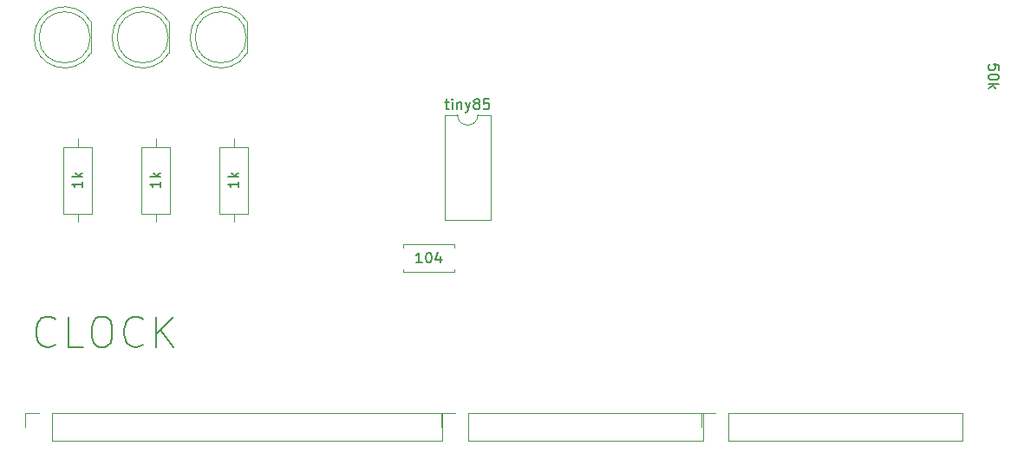
<source format=gbr>
%TF.GenerationSoftware,KiCad,Pcbnew,6.0.11+dfsg-1*%
%TF.CreationDate,2026-01-02T13:29:43+01:00*%
%TF.ProjectId,clock,636c6f63-6b2e-46b6-9963-61645f706362,rev?*%
%TF.SameCoordinates,Original*%
%TF.FileFunction,Legend,Top*%
%TF.FilePolarity,Positive*%
%FSLAX46Y46*%
G04 Gerber Fmt 4.6, Leading zero omitted, Abs format (unit mm)*
G04 Created by KiCad (PCBNEW 6.0.11+dfsg-1) date 2026-01-02 13:29:43*
%MOMM*%
%LPD*%
G01*
G04 APERTURE LIST*
%ADD10C,0.200000*%
%ADD11C,0.150000*%
%ADD12C,0.120000*%
G04 APERTURE END LIST*
D10*
X196635619Y-95877142D02*
X196635619Y-95400952D01*
X196159428Y-95353333D01*
X196207047Y-95400952D01*
X196254666Y-95496190D01*
X196254666Y-95734285D01*
X196207047Y-95829523D01*
X196159428Y-95877142D01*
X196064190Y-95924761D01*
X195826095Y-95924761D01*
X195730857Y-95877142D01*
X195683238Y-95829523D01*
X195635619Y-95734285D01*
X195635619Y-95496190D01*
X195683238Y-95400952D01*
X195730857Y-95353333D01*
X196635619Y-96543809D02*
X196635619Y-96639047D01*
X196588000Y-96734285D01*
X196540380Y-96781904D01*
X196445142Y-96829523D01*
X196254666Y-96877142D01*
X196016571Y-96877142D01*
X195826095Y-96829523D01*
X195730857Y-96781904D01*
X195683238Y-96734285D01*
X195635619Y-96639047D01*
X195635619Y-96543809D01*
X195683238Y-96448571D01*
X195730857Y-96400952D01*
X195826095Y-96353333D01*
X196016571Y-96305714D01*
X196254666Y-96305714D01*
X196445142Y-96353333D01*
X196540380Y-96400952D01*
X196588000Y-96448571D01*
X196635619Y-96543809D01*
X195635619Y-97305714D02*
X196635619Y-97305714D01*
X196016571Y-97400952D02*
X195635619Y-97686666D01*
X196302285Y-97686666D02*
X195921333Y-97305714D01*
X104489857Y-122737428D02*
X104347000Y-122880285D01*
X103918428Y-123023142D01*
X103632714Y-123023142D01*
X103204142Y-122880285D01*
X102918428Y-122594571D01*
X102775571Y-122308857D01*
X102632714Y-121737428D01*
X102632714Y-121308857D01*
X102775571Y-120737428D01*
X102918428Y-120451714D01*
X103204142Y-120166000D01*
X103632714Y-120023142D01*
X103918428Y-120023142D01*
X104347000Y-120166000D01*
X104489857Y-120308857D01*
X107204142Y-123023142D02*
X105775571Y-123023142D01*
X105775571Y-120023142D01*
X108775571Y-120023142D02*
X109347000Y-120023142D01*
X109632714Y-120166000D01*
X109918428Y-120451714D01*
X110061285Y-121023142D01*
X110061285Y-122023142D01*
X109918428Y-122594571D01*
X109632714Y-122880285D01*
X109347000Y-123023142D01*
X108775571Y-123023142D01*
X108489857Y-122880285D01*
X108204142Y-122594571D01*
X108061285Y-122023142D01*
X108061285Y-121023142D01*
X108204142Y-120451714D01*
X108489857Y-120166000D01*
X108775571Y-120023142D01*
X113061285Y-122737428D02*
X112918428Y-122880285D01*
X112489857Y-123023142D01*
X112204142Y-123023142D01*
X111775571Y-122880285D01*
X111489857Y-122594571D01*
X111347000Y-122308857D01*
X111204142Y-121737428D01*
X111204142Y-121308857D01*
X111347000Y-120737428D01*
X111489857Y-120451714D01*
X111775571Y-120166000D01*
X112204142Y-120023142D01*
X112489857Y-120023142D01*
X112918428Y-120166000D01*
X113061285Y-120308857D01*
X114347000Y-123023142D02*
X114347000Y-120023142D01*
X116061285Y-123023142D02*
X114775571Y-121308857D01*
X116061285Y-120023142D02*
X114347000Y-121737428D01*
D11*
%TO.C,*%
%TO.C,104*%
X140303333Y-114752380D02*
X139731904Y-114752380D01*
X140017619Y-114752380D02*
X140017619Y-113752380D01*
X139922380Y-113895238D01*
X139827142Y-113990476D01*
X139731904Y-114038095D01*
X140922380Y-113752380D02*
X141017619Y-113752380D01*
X141112857Y-113800000D01*
X141160476Y-113847619D01*
X141208095Y-113942857D01*
X141255714Y-114133333D01*
X141255714Y-114371428D01*
X141208095Y-114561904D01*
X141160476Y-114657142D01*
X141112857Y-114704761D01*
X141017619Y-114752380D01*
X140922380Y-114752380D01*
X140827142Y-114704761D01*
X140779523Y-114657142D01*
X140731904Y-114561904D01*
X140684285Y-114371428D01*
X140684285Y-114133333D01*
X140731904Y-113942857D01*
X140779523Y-113847619D01*
X140827142Y-113800000D01*
X140922380Y-113752380D01*
X142112857Y-114085714D02*
X142112857Y-114752380D01*
X141874761Y-113704761D02*
X141636666Y-114419047D01*
X142255714Y-114419047D01*
%TO.C,1k*%
X122372380Y-106799047D02*
X122372380Y-107370476D01*
X122372380Y-107084761D02*
X121372380Y-107084761D01*
X121515238Y-107180000D01*
X121610476Y-107275238D01*
X121658095Y-107370476D01*
X122372380Y-106370476D02*
X121372380Y-106370476D01*
X121991428Y-106275238D02*
X122372380Y-105989523D01*
X121705714Y-105989523D02*
X122086666Y-106370476D01*
X114752380Y-106799047D02*
X114752380Y-107370476D01*
X114752380Y-107084761D02*
X113752380Y-107084761D01*
X113895238Y-107180000D01*
X113990476Y-107275238D01*
X114038095Y-107370476D01*
X114752380Y-106370476D02*
X113752380Y-106370476D01*
X114371428Y-106275238D02*
X114752380Y-105989523D01*
X114085714Y-105989523D02*
X114466666Y-106370476D01*
X107132380Y-106799047D02*
X107132380Y-107370476D01*
X107132380Y-107084761D02*
X106132380Y-107084761D01*
X106275238Y-107180000D01*
X106370476Y-107275238D01*
X106418095Y-107370476D01*
X107132380Y-106370476D02*
X106132380Y-106370476D01*
X106751428Y-106275238D02*
X107132380Y-105989523D01*
X106465714Y-105989523D02*
X106846666Y-106370476D01*
%TO.C,tiny85*%
X142550714Y-99065714D02*
X142931666Y-99065714D01*
X142693571Y-98732380D02*
X142693571Y-99589523D01*
X142741190Y-99684761D01*
X142836428Y-99732380D01*
X142931666Y-99732380D01*
X143265000Y-99732380D02*
X143265000Y-99065714D01*
X143265000Y-98732380D02*
X143217380Y-98780000D01*
X143265000Y-98827619D01*
X143312619Y-98780000D01*
X143265000Y-98732380D01*
X143265000Y-98827619D01*
X143741190Y-99065714D02*
X143741190Y-99732380D01*
X143741190Y-99160952D02*
X143788809Y-99113333D01*
X143884047Y-99065714D01*
X144026904Y-99065714D01*
X144122142Y-99113333D01*
X144169761Y-99208571D01*
X144169761Y-99732380D01*
X144550714Y-99065714D02*
X144788809Y-99732380D01*
X145026904Y-99065714D02*
X144788809Y-99732380D01*
X144693571Y-99970476D01*
X144645952Y-100018095D01*
X144550714Y-100065714D01*
X145550714Y-99160952D02*
X145455476Y-99113333D01*
X145407857Y-99065714D01*
X145360238Y-98970476D01*
X145360238Y-98922857D01*
X145407857Y-98827619D01*
X145455476Y-98780000D01*
X145550714Y-98732380D01*
X145741190Y-98732380D01*
X145836428Y-98780000D01*
X145884047Y-98827619D01*
X145931666Y-98922857D01*
X145931666Y-98970476D01*
X145884047Y-99065714D01*
X145836428Y-99113333D01*
X145741190Y-99160952D01*
X145550714Y-99160952D01*
X145455476Y-99208571D01*
X145407857Y-99256190D01*
X145360238Y-99351428D01*
X145360238Y-99541904D01*
X145407857Y-99637142D01*
X145455476Y-99684761D01*
X145550714Y-99732380D01*
X145741190Y-99732380D01*
X145836428Y-99684761D01*
X145884047Y-99637142D01*
X145931666Y-99541904D01*
X145931666Y-99351428D01*
X145884047Y-99256190D01*
X145836428Y-99208571D01*
X145741190Y-99160952D01*
X146836428Y-98732380D02*
X146360238Y-98732380D01*
X146312619Y-99208571D01*
X146360238Y-99160952D01*
X146455476Y-99113333D01*
X146693571Y-99113333D01*
X146788809Y-99160952D01*
X146836428Y-99208571D01*
X146884047Y-99303809D01*
X146884047Y-99541904D01*
X146836428Y-99637142D01*
X146788809Y-99684761D01*
X146693571Y-99732380D01*
X146455476Y-99732380D01*
X146360238Y-99684761D01*
X146312619Y-99637142D01*
D12*
%TO.C,104*%
X143440000Y-113245000D02*
X143440000Y-112930000D01*
X143440000Y-115670000D02*
X143440000Y-115355000D01*
X138500000Y-115670000D02*
X138500000Y-115355000D01*
X143440000Y-115670000D02*
X138500000Y-115670000D01*
X143440000Y-112930000D02*
X138500000Y-112930000D01*
X138500000Y-113245000D02*
X138500000Y-112930000D01*
%TO.C,1k*%
X123290000Y-103410000D02*
X120550000Y-103410000D01*
X121920000Y-110720000D02*
X121920000Y-109950000D01*
X121920000Y-102640000D02*
X121920000Y-103410000D01*
X120550000Y-103410000D02*
X120550000Y-109950000D01*
X123290000Y-109950000D02*
X123290000Y-103410000D01*
X120550000Y-109950000D02*
X123290000Y-109950000D01*
X115670000Y-103410000D02*
X112930000Y-103410000D01*
X114300000Y-110720000D02*
X114300000Y-109950000D01*
X114300000Y-102640000D02*
X114300000Y-103410000D01*
X112930000Y-103410000D02*
X112930000Y-109950000D01*
X115670000Y-109950000D02*
X115670000Y-103410000D01*
X112930000Y-109950000D02*
X115670000Y-109950000D01*
X106680000Y-102640000D02*
X106680000Y-103410000D01*
X106680000Y-110720000D02*
X106680000Y-109950000D01*
X105310000Y-109950000D02*
X108050000Y-109950000D01*
X108050000Y-103410000D02*
X105310000Y-103410000D01*
X108050000Y-109950000D02*
X108050000Y-103410000D01*
X105310000Y-103410000D02*
X105310000Y-109950000D01*
%TO.C,tiny85*%
X147015000Y-110560000D02*
X147015000Y-100280000D01*
X143765000Y-100280000D02*
X142515000Y-100280000D01*
X147015000Y-100280000D02*
X145765000Y-100280000D01*
X142515000Y-110560000D02*
X147015000Y-110560000D01*
X142515000Y-100280000D02*
X142515000Y-110560000D01*
X143765000Y-100280000D02*
G75*
G03*
X145765000Y-100280000I1000000J0D01*
G01*
%TO.C,REF\u002A\u002A*%
X107970000Y-94255000D02*
X107970000Y-91165000D01*
X107970000Y-91165170D02*
G75*
G03*
X102420000Y-92710462I-2560000J-1544830D01*
G01*
X102420000Y-92709538D02*
G75*
G03*
X107970000Y-94254830I2990000J-462D01*
G01*
X107910000Y-92710000D02*
G75*
G03*
X107910000Y-92710000I-2500000J0D01*
G01*
X115590000Y-94255000D02*
X115590000Y-91165000D01*
X115590000Y-91165170D02*
G75*
G03*
X110040000Y-92710462I-2560000J-1544830D01*
G01*
X110040000Y-92709538D02*
G75*
G03*
X115590000Y-94254830I2990000J-462D01*
G01*
X115530000Y-92710000D02*
G75*
G03*
X115530000Y-92710000I-2500000J0D01*
G01*
X123210000Y-94255000D02*
X123210000Y-91165000D01*
X123210000Y-91165170D02*
G75*
G03*
X117660000Y-92710462I-2560000J-1544830D01*
G01*
X117660000Y-92709538D02*
G75*
G03*
X123210000Y-94254830I2990000J-462D01*
G01*
X123150000Y-92710000D02*
G75*
G03*
X123150000Y-92710000I-2500000J0D01*
G01*
X170180000Y-132140000D02*
X193100000Y-132140000D01*
X167580000Y-129480000D02*
X168910000Y-129480000D01*
X167580000Y-130810000D02*
X167580000Y-129480000D01*
X170180000Y-132140000D02*
X170180000Y-129480000D01*
X193100000Y-132140000D02*
X193100000Y-129480000D01*
X170180000Y-129480000D02*
X193100000Y-129480000D01*
X144810000Y-132140000D02*
X144810000Y-129480000D01*
X167730000Y-132140000D02*
X167730000Y-129480000D01*
X144810000Y-132140000D02*
X167730000Y-132140000D01*
X142210000Y-130810000D02*
X142210000Y-129480000D01*
X142210000Y-129480000D02*
X143540000Y-129480000D01*
X144810000Y-129480000D02*
X167730000Y-129480000D01*
X101540000Y-130810000D02*
X101540000Y-129480000D01*
X104140000Y-132140000D02*
X142300000Y-132140000D01*
X104140000Y-132140000D02*
X104140000Y-129480000D01*
X142300000Y-132140000D02*
X142300000Y-129480000D01*
X101540000Y-129480000D02*
X102870000Y-129480000D01*
X104140000Y-129480000D02*
X142300000Y-129480000D01*
%TD*%
M02*

</source>
